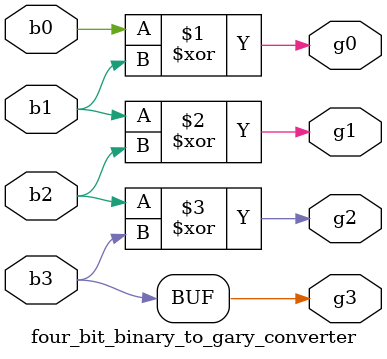
<source format=v>
module four_bit_binary_to_gary_converter(g0,g1,g2,g3,b0,b1,b2,b3);
  input b0,b1,b2,b3;
  output g0,g1,g2,g3; // g3==b3 //
  xor (g0,b0,b1);
  xor (g1,b1,b2);
  xor (g2,b2,b3);
  buf (g3,b3);
endmodule
  
  

</source>
